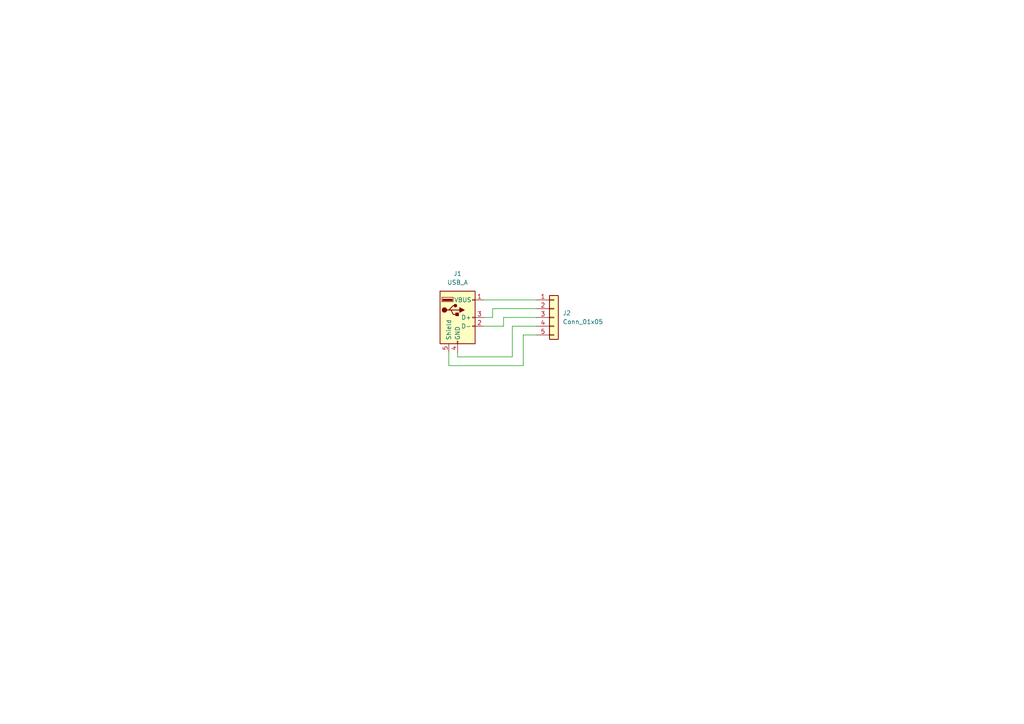
<source format=kicad_sch>
(kicad_sch (version 20211123) (generator eeschema)
  (paper "A4")
  (lib_symbols
    (symbol "Connector:USB_A" (pin_names (offset 1.016))
      (property "Reference" "J" (at -5.08 11.43 0))
      (property "Value" "USB_A" (at -5.08 8.89 0))
      (symbol "USB_A_0_1"
        (rectangle (start -5.08 -7.62) (end 5.08 7.62) (stroke (width 0.254)) (fill (type background)))
        (circle (center -3.81 2.159) (radius 0.635) (stroke (width 0.254)) (fill (type outline)))
        (rectangle (start -1.524 4.826) (end -4.318 5.334) (fill (type outline)))
        (rectangle (start -1.27 4.572) (end -4.572 5.842))
        (circle (center -0.635 3.429) (radius 0.381) (stroke (width 0.254)) (fill (type outline)))
        (rectangle (start -0.127 -7.62) (end 0.127 -6.858))
        (polyline (pts (xy -3.175 2.159) (xy -2.54 2.159) (xy -1.27 3.429) (xy -0.635 3.429)) (stroke (width 0.254)))
        (polyline (pts (xy -2.54 2.159) (xy -1.905 2.159) (xy -1.27 0.889) (xy 0 0.889)) (stroke (width 0.254)))
        (polyline (pts (xy 0.635 2.794) (xy 0.635 1.524) (xy 1.905 2.159) (xy 0.635 2.794)) (stroke (width 0.254)) (fill (type outline)))
        (rectangle (start 0.254 1.27) (end -0.508 0.508) (stroke (width 0.254)) (fill (type outline)))
        (rectangle (start 5.08 -2.667) (end 4.318 -2.413))
        (rectangle (start 5.08 -0.127) (end 4.318 0.127))
        (rectangle (start 5.08 4.953) (end 4.318 5.207))
      )
      (symbol "USB_A_1_1"
        (polyline (pts (xy -1.905 2.159) (xy 0.635 2.159)) (stroke (width 0.254)))
        (pin power_in line (at 7.62 5.08 180) (length 2.54) (name "VBUS") (number "1"))
        (pin bidirectional line (at 7.62 -2.54 180) (length 2.54) (name "D-") (number "2"))
        (pin bidirectional line (at 7.62 0 180) (length 2.54) (name "D+") (number "3"))
        (pin power_in line (at 0 -10.16 90) (length 2.54) (name "GND") (number "4"))
        (pin passive line (at -2.54 -10.16 90) (length 2.54) (name "Shield") (number "5"))
      )
    )
    (symbol "Connector_Generic:Conn_01x05" (pin_names (offset 1.016) hide)
      (property "Reference" "J" (at 0 7.62 0))
      (property "Value" "Conn_01x05" (at 0 -7.62 0))
      (symbol "Conn_01x05_1_1"
        (rectangle (start -1.27 -4.953) (end 0 -5.207) (stroke (width 0.1524)))
        (rectangle (start -1.27 -2.413) (end 0 -2.667) (stroke (width 0.1524)))
        (rectangle (start -1.27 0.127) (end 0 -0.127) (stroke (width 0.1524)))
        (rectangle (start -1.27 2.667) (end 0 2.413) (stroke (width 0.1524)))
        (rectangle (start -1.27 5.207) (end 0 4.953) (stroke (width 0.1524)))
        (rectangle (start -1.27 6.35) (end 1.27 -6.35) (stroke (width 0.254)) (fill (type background)))
        (pin passive line (at -5.08 5.08 0) (length 3.81) (name "Pin_1") (number "1"))
        (pin passive line (at -5.08 2.54 0) (length 3.81) (name "Pin_2") (number "2"))
        (pin passive line (at -5.08 0 0) (length 3.81) (name "Pin_3") (number "3"))
        (pin passive line (at -5.08 -2.54 0) (length 3.81) (name "Pin_4") (number "4"))
        (pin passive line (at -5.08 -5.08 0) (length 3.81) (name "Pin_5") (number "5"))
      )
    )
  )
  (wire (pts (xy 132.715 103.505) (xy 148.59 103.505)))
  (wire (pts (xy 151.765 106.045) (xy 151.765 97.155)))
  (wire (pts (xy 155.575 92.075) (xy 146.05 92.075)))
  (wire (pts (xy 146.05 92.075) (xy 146.05 94.615)))
  (wire (pts (xy 151.765 97.155) (xy 155.575 97.155)))
  (wire (pts (xy 142.875 92.075) (xy 142.875 89.535)))
  (wire (pts (xy 148.59 94.615) (xy 155.575 94.615)))
  (wire (pts (xy 142.875 89.535) (xy 155.575 89.535)))
  (wire (pts (xy 146.05 94.615) (xy 140.335 94.615)))
  (wire (pts (xy 148.59 103.505) (xy 148.59 94.615)))
  (wire (pts (xy 140.335 92.075) (xy 142.875 92.075)))
  (wire (pts (xy 132.715 102.235) (xy 132.715 103.505)))
  (wire (pts (xy 140.335 86.995) (xy 155.575 86.995)))
  (wire (pts (xy 130.175 102.235) (xy 130.175 106.045)))
  (wire (pts (xy 130.175 106.045) (xy 151.765 106.045)))
  (symbol (lib_id "Connector_Generic:Conn_01x05") (at 160.655 92.075 0) (unit 1)
    (property "Reference" "J2" (at 163.195 90.8049 0) (effects (justify left)))
    (property "Value" "Conn_01x05" (at 163.195 93.3449 0) (effects (justify left)))
    (property "Footprint" "BBLS:USB-vertical" (effects hide))
  )
  (symbol (lib_id "Connector:USB_A") (at 132.715 92.075 0) (unit 1)
    (property "Reference" "J1" (at 132.715 79.375 0))
    (property "Value" "USB_A" (at 132.715 81.915 0))
    (property "Footprint" "BBLS:USB" (effects hide))
    (property "Datasheet" " ~" (effects hide))
  )
)
</source>
